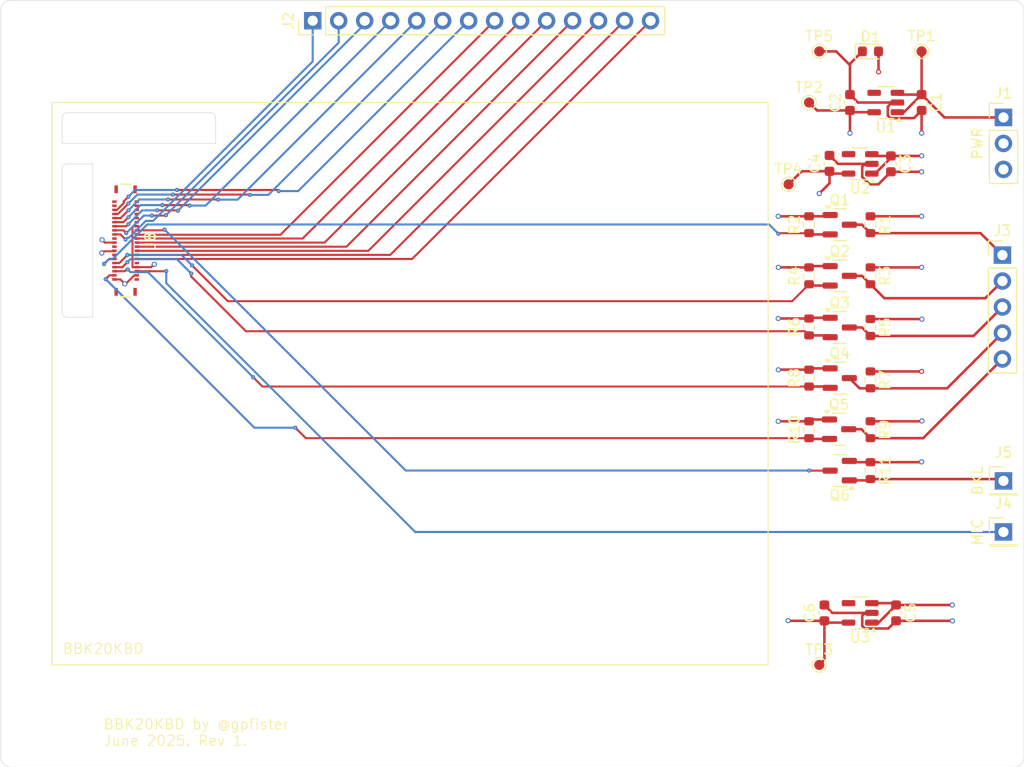
<source format=kicad_pcb>
(kicad_pcb (version 20241229) (generator "pcbnew") (generator_version "9.0")
  (layers (0 "F.Cu" signal) (4 "In1.Cu" power) (6 "In2.Cu" power) (2 "B.Cu" signal) (13 "F.Paste" user) (15 "B.Paste" user) (5 "F.SilkS" user "F.Silkscreen") (7 "B.SilkS" user "B.Silkscreen") (1 "F.Mask" user) (3 "B.Mask" user) (25 "Edge.Cuts" user))
  (net 0 "")
  (net 1 "+5V")
  (net 2 "GND")
  (net 3 "+3V3")
  (net 4 "+1V8")
  (net 5 "+2V8")
  (net 6 "/KBD_ROW6")
  (net 7 "/TP_SHUTDOWN")
  (net 8 "/KBD_COL6")
  (net 9 "/TP_RESET")
  (net 10 "/KBD_ROW3")
  (net 11 "/KBD_COL2")
  (net 12 "/KBD_ROW5")
  (net 13 "/KBD_COL3")
  (net 14 "/KBD_COL1")
  (net 15 "/KBD_ROW1")
  (net 16 "/KBD_COL4")
  (net 17 "/KBD_ROW4")
  (net 18 "/KBD_COL0")
  (net 19 "/KBD_COL5")
  (net 20 "/KBD_ROW0")
  (net 21 "/KBD_ROW2")
  (net 22 "/bbq20kbd_connector/TP_SHUTDOWN_1V8")
  (net 23 "/bbq20kbd_connector/TP_SCL_1V8")
  (net 24 "/TP_SDA")
  (net 25 "/TP_MOTION")
  (net 26 "/TP_SCL")
  (net 27 "/MIC")
  (net 28 "/KBD_BKL")
  (net 29 "/bbq20kbd_connector/TP_SDA_1V8")
  (net 30 "/bbq20kbd_connector/TP_MOTION_1V8")
  (net 31 "/bbq20kbd_connector/TP_RESET_1V8")
  (net 52 "/bbq20kbd_connector/BKL")
  (footprint "Package_TO_SOT_SMD:SOT-23" (layer "F.Cu") (at 172 82)
    (property "Reference" "Q3")
    (property "Value" "BSS138" (hide yes))
  )
  (footprint "Package_TO_SOT_SMD:SOT-23-5" (layer "F.Cu") (at 174 109.9125 180)
    (property "Reference" "U3")
    (property "Value" "TPS7A2028PDBVR" (hide yes))
  )
  (footprint "Capacitor_SMD:C_0603_1608Metric" (layer "F.Cu") (at 177 66 -90)
    (property "Reference" "C3")
    (property "Value" "1uF" (hide yes))
  )
  (footprint "Resistor_SMD:R_0603_1608Metric" (layer "F.Cu") (at 175 92 90)
    (property "Reference" "R9")
    (property "Value" "10K" (hide yes))
  )
  (footprint "Resistor_SMD:R_0603_1608Metric" (layer "F.Cu") (at 169 81.95 90)
    (property "Reference" "R6")
    (property "Value" "10K" (hide yes))
  )
  (footprint "MountingHole:MountingHole_2.7mm_M2.5" (layer "F.Cu") (at 93.5 121.5)
    (property "Reference" "H3" (hide yes))
    (property "Value" "MountingHole" (hide yes))
  )
  (footprint "Resistor_SMD:R_0603_1608Metric" (layer "F.Cu") (at 175 87.125 90)
    (property "Reference" "R7")
    (property "Value" "10K" (hide yes))
  )
  (footprint "Resistor_SMD:R_0603_1608Metric" (layer "F.Cu") (at 175 76.95 90)
    (property "Reference" "R3")
    (property "Value" "10K" (hide yes))
  )
  (footprint "Package_TO_SOT_SMD:SOT-23" (layer "F.Cu") (at 172 86.95)
    (property "Reference" "Q4")
    (property "Value" "BSS138" (hide yes))
  )
  (footprint "Connector_Hirose:Hirose_BM20B0.8-40DS-0.4V" (layer "F.Cu") (at 102.2 73.5 90)
    (property "Reference" "J8")
    (property "Value" "BBQ20KBD" (hide yes))
  )
  (footprint "Connector_PinHeader_2.54mm:PinHeader_1x01_P2.54mm_Vertical" (layer "F.Cu") (at 188 97)
    (property "Reference" "J5")
    (property "Value" "BKL")
  )
  (footprint "LED_SMD:LED_0603_1608Metric" (layer "F.Cu") (at 175 55)
    (property "Reference" "D1")
    (property "Value" "PWR_LED" (hide yes))
  )
  (footprint "Resistor_SMD:R_0603_1608Metric" (layer "F.Cu") (at 169 71.95 90)
    (property "Reference" "R2")
    (property "Value" "10K" (hide yes))
  )
  (footprint "Package_TO_SOT_SMD:SOT-23" (layer "F.Cu") (at 172 76.95)
    (property "Reference" "Q2")
    (property "Value" "BSS138" (hide yes))
  )
  (footprint "TestPoint:TestPoint_Pad_D1.0mm" (layer "F.Cu") (at 170 115)
    (property "Reference" "TP3")
    (property "Value" "~" (hide yes))
  )
  (footprint "MountingHole:MountingHole_2.7mm_M2.5" (layer "F.Cu") (at 186.5 53.5)
    (property "Reference" "H1" (hide yes))
    (property "Value" "MountingHole" (hide yes))
  )
  (footprint "TestPoint:TestPoint_Pad_D1.0mm" (layer "F.Cu") (at 180 55)
    (property "Reference" "TP1")
    (property "Value" "~" (hide yes))
  )
  (footprint "Connector_PinHeader_2.54mm:PinHeader_1x05_P2.54mm_Vertical" (layer "F.Cu") (at 187.9 74.92)
    (property "Reference" "J3")
    (property "Value" "MOTION")
  )
  (footprint "Package_TO_SOT_SMD:SOT-23" (layer "F.Cu") (at 172 71.95)
    (property "Reference" "Q1")
    (property "Value" "BSS138" (hide yes))
  )
  (footprint "Capacitor_SMD:C_0603_1608Metric" (layer "F.Cu") (at 170.5 109.9125 90)
    (property "Reference" "C6")
    (property "Value" "1uF" (hide yes))
  )
  (footprint "MountingHole:MountingHole_2.7mm_M2.5" (layer "F.Cu") (at 93.5 53.5)
    (property "Reference" "H2" (hide yes))
    (property "Value" "MountingHole" (hide yes))
  )
  (footprint "Connector_PinHeader_2.54mm:PinHeader_1x03_P2.54mm_Vertical" (layer "F.Cu") (at 188 61.46)
    (property "Reference" "J1")
    (property "Value" "PWR")
  )
  (footprint "MountingHole:MountingHole_2.7mm_M2.5" (layer "F.Cu") (at 186.5 121.5)
    (property "Reference" "H4" (hide yes))
    (property "Value" "MountingHole" (hide yes))
  )
  (footprint "Package_TO_SOT_SMD:SOT-23" (layer "F.Cu") (at 171.9375 91.95)
    (property "Reference" "Q5")
    (property "Value" "BSS138" (hide yes))
  )
  (footprint "Resistor_SMD:R_0603_1608Metric" (layer "F.Cu") (at 169 76.95 90)
    (property "Reference" "R4")
    (property "Value" "10K" (hide yes))
  )
  (footprint "Capacitor_SMD:C_0603_1608Metric" (layer "F.Cu") (at 171 65.95 90)
    (property "Reference" "C4")
    (property "Value" "1uF" (hide yes))
  )
  (footprint "Resistor_SMD:R_0603_1608Metric" (layer "F.Cu") (at 169 92 90)
    (property "Reference" "R10")
    (property "Value" "10K" (hide yes))
  )
  (footprint "Resistor_SMD:R_0603_1608Metric" (layer "F.Cu") (at 175 82 90)
    (property "Reference" "R5")
    (property "Value" "10K" (hide yes))
  )
  (footprint "Package_TO_SOT_SMD:SOT-23-5" (layer "F.Cu") (at 176.5 60 180)
    (property "Reference" "U1")
    (property "Value" "TPS7A2033PDBVR" (hide yes))
  )
  (footprint "Connector_PinHeader_2.54mm:PinHeader_1x14_P2.54mm_Vertical" (layer "F.Cu") (at 120.49 52 90)
    (property "Reference" "J2")
    (property "Value" "KEYBOARD")
  )
  (footprint "TestPoint:TestPoint_Pad_D1.0mm" (layer "F.Cu") (at 170 55)
    (property "Reference" "TP5")
    (property "Value" "~" (hide yes))
  )
  (footprint "Capacitor_SMD:C_0603_1608Metric" (layer "F.Cu") (at 177.5 109.9125 90)
    (property "Reference" "C5")
    (property "Value" "1uF" (hide yes))
  )
  (footprint "Package_TO_SOT_SMD:SOT-23-5" (layer "F.Cu") (at 174 66 180)
    (property "Reference" "U2")
    (property "Value" "TPS7A2018PDBVR" (hide yes))
  )
  (footprint "TestPoint:TestPoint_Pad_D1.0mm" (layer "F.Cu") (at 167 68)
    (property "Reference" "TP4")
    (property "Value" "~" (hide yes))
  )
  (footprint "Connector_PinHeader_2.54mm:PinHeader_1x01_P2.54mm_Vertical" (layer "F.Cu") (at 188 102)
    (property "Reference" "J4")
    (property "Value" "MIC")
  )
  (footprint "Resistor_SMD:R_0603_1608Metric" (layer "F.Cu") (at 175 96 -90)
    (property "Reference" "R11")
    (property "Value" "10K" (hide yes))
  )
  (footprint "Resistor_SMD:R_0603_1608Metric" (layer "F.Cu") (at 175 71.95 90)
    (property "Reference" "R1")
    (property "Value" "10K" (hide yes))
  )
  (footprint "Capacitor_SMD:C_0603_1608Metric" (layer "F.Cu") (at 180 60 -90)
    (property "Reference" "C1")
    (property "Value" "1uF" (hide yes))
  )
  (footprint "Package_TO_SOT_SMD:SOT-23" (layer "F.Cu") (at 172 96 180)
    (property "Reference" "Q6")
    (property "Value" "BSS138" (hide yes))
  )
  (footprint "TestPoint:TestPoint_Pad_D1.0mm" (layer "F.Cu") (at 169 60)
    (property "Reference" "TP2")
    (property "Value" "~" (hide yes))
  )
  (footprint "Capacitor_SMD:C_0603_1608Metric" (layer "F.Cu") (at 173 60 90)
    (property "Reference" "C2")
    (property "Value" "1uF" (hide yes))
  )
  (footprint "Resistor_SMD:R_0603_1608Metric" (layer "F.Cu") (at 169 86.95 90)
    (property "Reference" "R8")
    (property "Value" "10K" (hide yes))
  )
  (gr_line (start 95 115) (end 95 60) (stroke (width 0.1)) (layer "F.SilkS"))
  (gr_rect (start 95 60) (end 165 115) (stroke (width 0.1)) (fill no) (layer "F.SilkS"))
  (gr_line (start 99 81) (end 99 66) (stroke (width 0.05)) (layer "Edge.Cuts"))
  (gr_arc (start 90 51) (mid 90.292893 50.292893) (end 91 50) (stroke (width 0.05)) (layer "Edge.Cuts"))
  (gr_arc (start 190 124) (mid 189.707107 124.707107) (end 189 125) (stroke (width 0.05)) (layer "Edge.Cuts"))
  (gr_line (start 90 51) (end 90 124) (stroke (width 0.05)) (layer "Edge.Cuts"))
  (gr_arc (start 96 61.5) (mid 96.146447 61.146447) (end 96.5 61) (stroke (width 0.05)) (layer "Edge.Cuts"))
  (gr_line (start 99 66) (end 96.5 66) (stroke (width 0.05)) (layer "Edge.Cuts"))
  (gr_arc (start 189 50) (mid 189.707107 50.292893) (end 190 51) (stroke (width 0.05)) (layer "Edge.Cuts"))
  (gr_line (start 91 125) (end 188.990305 125) (stroke (width 0.05)) (layer "Edge.Cuts"))
  (gr_line (start 110.5 61) (end 96.5 61) (stroke (width 0.05)) (layer "Edge.Cuts"))
  (gr_line (start 190 51) (end 190 124) (stroke (width 0.05)) (layer "Edge.Cuts"))
  (gr_line (start 111 64) (end 111 61.5) (stroke (width 0.05)) (layer "Edge.Cuts"))
  (gr_line (start 96 64) (end 111 64) (stroke (width 0.05)) (layer "Edge.Cuts"))
  (gr_line (start 91 50) (end 189 50) (stroke (width 0.05)) (layer "Edge.Cuts"))
  (gr_line (start 96 66.5) (end 96 80.5) (stroke (width 0.05)) (layer "Edge.Cuts"))
  (gr_arc (start 91 125) (mid 90.292893 124.707107) (end 90 124) (stroke (width 0.05)) (layer "Edge.Cuts"))
  (gr_arc (start 96 66.5) (mid 96.146447 66.146447) (end 96.5 66) (stroke (width 0.05)) (layer "Edge.Cuts"))
  (gr_line (start 96 61.5) (end 96 64) (stroke (width 0.05)) (layer "Edge.Cuts"))
  (gr_arc (start 110.5 61) (mid 110.853553 61.146447) (end 111 61.5) (stroke (width 0.05)) (layer "Edge.Cuts"))
  (gr_arc (start 96.5 81) (mid 96.146447 80.853553) (end 96 80.5) (stroke (width 0.05)) (layer "Edge.Cuts"))
  (gr_line (start 96.5 81) (end 99 81) (stroke (width 0.05)) (layer "Edge.Cuts"))
  (gr_text "BBK20KBD" (at 96 114 0) (layer "F.SilkS") (effects (font (size 1 1) (thickness 0.1)) (justify left bottom)))
  (gr_text "BBK20KBD by @gpfister\nJune 2025. Rev 1." (at 100 123 0) (layer "F.SilkS") (effects (font (size 1 1) (thickness 0.1)) (justify left bottom)))
  (segment (start 177.8125 59.225) (end 177.6375 59.05) (width 0.25) (layer "F.Cu") (net 1))
  (segment (start 188 61.46) (end 182.235 61.46) (width 0.25) (layer "F.Cu") (net 1))
  (segment (start 182.235 61.46) (end 180 59.225) (width 0.25) (layer "F.Cu") (net 1))
  (segment (start 178.275 60.95) (end 180 59.225) (width 0.25) (layer "F.Cu") (net 1))
  (segment (start 180 59.225) (end 177.8125 59.225) (width 0.25) (layer "F.Cu") (net 1))
  (segment (start 180 59.225) (end 180 55) (width 0.25) (layer "F.Cu") (net 1))
  (segment (start 177.6375 60.95) (end 178.275 60.95) (width 0.25) (layer "F.Cu") (net 1))
  (segment (start 175.1375 66) (end 171.825 66) (width 0.25) (layer "F.Cu") (net 2))
  (segment (start 174.475001 66) (end 174.199 66.276001) (width 0.25) (layer "F.Cu") (net 2))
  (segment (start 171.825 66) (end 171 65.175) (width 0.25) (layer "F.Cu") (net 2))
  (segment (start 180 60.775) (end 180 62.98) (width 0.25) (layer "F.Cu") (net 2))
  (segment (start 174.199 67.280612) (end 174.918388 68) (width 0.25) (layer "F.Cu") (net 2))
  (segment (start 101.69 77.3) (end 102.12 77.73) (width 0.2) (layer "F.Cu") (net 2))
  (segment (start 177.1 60) (end 177.6375 60) (width 0.25) (layer "F.Cu") (net 2))
  (segment (start 176.699 61.280612) (end 176.699 60.401) (width 0.25) (layer "F.Cu") (net 2))
  (segment (start 177.6375 60) (end 173.775 60) (width 0.25) (layer "F.Cu") (net 2))
  (segment (start 175 95.175) (end 179.965 95.175) (width 0.25) (layer "F.Cu") (net 2))
  (segment (start 177.5 110.6875) (end 176.749 111.4385) (width 0.25) (layer "F.Cu") (net 2))
  (segment (start 179.249 61.526) (end 176.944388 61.526) (width 0.25) (layer "F.Cu") (net 2))
  (segment (start 175 95.175) (end 173.0625 95.175) (width 0.25) (layer "F.Cu") (net 2))
  (segment (start 174.475001 109.9125) (end 175.1375 109.9125) (width 0.25) (layer "F.Cu") (net 2))
  (segment (start 170 55) (end 171.65 55) (width 0.25) (layer "F.Cu") (net 2))
  (segment (start 180 60.775) (end 179.249 61.526) (width 0.25) (layer "F.Cu") (net 2))
  (segment (start 102.12 77.73) (end 102.23 77.73) (width 0.2) (layer "F.Cu") (net 2))
  (segment (start 176.699 60.401) (end 177.1 60) (width 0.25) (layer "F.Cu") (net 2))
  (segment (start 173 56.2125) (end 174.2125 55) (width 0.25) (layer "F.Cu") (net 2))
  (segment (start 176.749 111.4385) (end 174.444388 111.4385) (width 0.25) (layer "F.Cu") (net 2))
  (segment (start 180 66.78) (end 179.995 66.775) (width 0.25) (layer "F.Cu") (net 2))
  (segment (start 103.060002 76.899998) (end 103.2962 76.899998) (width 0.2) (layer "F.Cu") (net 2))
  (segment (start 173 59.225) (end 173 56.35) (width 0.25) (layer "F.Cu") (net 2))
  (segment (start 170.5 109.1375) (end 171.275 109.9125) (width 0.25) (layer "F.Cu") (net 2))
  (segment (start 173.775 60) (end 173 59.225) (width 0.25) (layer "F.Cu") (net 2))
  (segment (start 101.1162 77.3) (end 101.69 77.3) (width 0.2) (layer "F.Cu") (net 2))
  (segment (start 183.0075 110.6875) (end 183.01 110.69) (width 0.25) (layer "F.Cu") (net 2))
  (segment (start 174.918388 68) (end 175.775 68) (width 0.25) (layer "F.Cu") (net 2))
  (segment (start 174.199 110.188501) (end 174.475001 109.9125) (width 0.25) (layer "F.Cu") (net 2))
  (segment (start 179.965 95.175) (end 180 95.14) (width 0.25) (layer "F.Cu") (net 2))
  (segment (start 176.944388 61.526) (end 176.699 61.280612) (width 0.25) (layer "F.Cu") (net 2))
  (segment (start 174.199 66.276001) (end 174.199 67.280612) (width 0.25) (layer "F.Cu") (net 2))
  (segment (start 173.0625 95.175) (end 172.9375 95.05) (width 0.25) (layer "F.Cu") (net 2))
  (segment (start 171.275 109.9125) (end 175.1375 109.9125) (width 0.25) (layer "F.Cu") (net 2))
  (segment (start 175.775 68) (end 177 66.775) (width 0.25) (layer "F.Cu") (net 2))
  (segment (start 173 56.35) (end 173 56.2125) (width 0.25) (layer "F.Cu") (net 2))
  (segment (start 102.23 77.73) (end 103.060002 76.899998) (width 0.2) (layer "F.Cu") (net 2))
  (segment (start 177 66.775) (end 179.995 66.775) (width 0.25) (layer "F.Cu") (net 2))
  (segment (start 174.199 111.193112) (end 174.199 110.188501) (width 0.25) (layer "F.Cu") (net 2))
  (segment (start 175.1375 66) (end 174.475001 66) (width 0.25) (layer "F.Cu") (net 2))
  (segment (start 180 62.98) (end 180.01 62.99) (width 0.25) (layer "F.Cu") (net 2))
  (segment (start 174.444388 111.4385) (end 174.199 111.193112) (width 0.25) (layer "F.Cu") (net 2))
  (segment (start 171.65 55) (end 173 56.35) (width 0.25) (layer "F.Cu") (net 2))
  (segment (start 177.5 110.6875) (end 183.0075 110.6875) (width 0.25) (layer "F.Cu") (net 2))
  (via (at 183.01 110.69) (size 0.5) (drill 0.3) (layers "F.Cu" "B.Cu") (net 2))
  (via (at 180 95.14) (size 0.5) (drill 0.3) (layers "F.Cu" "B.Cu") (net 2))
  (via (at 102.12 77.73) (size 0.5) (drill 0.3) (layers "F.Cu" "B.Cu") (net 2))
  (via (at 179.995 66.775) (size 0.5) (drill 0.3) (layers "F.Cu" "B.Cu") (net 2))
  (via (at 180.01 62.99) (size 0.5) (drill 0.3) (layers "F.Cu" "B.Cu") (net 2))
  (segment (start 102.8803 76.1) (end 102.8803 72.170999) (width 0.2) (layer "F.Cu") (net 3))
  (segment (start 104.981479 75.82) (end 105.01 75.82) (width 0.2) (layer "F.Cu") (net 3))
  (segment (start 173.175 60.95) (end 173 60.775) (width 0.25) (layer "F.Cu") (net 3))
  (segment (start 175.3125 65.225) (end 175.1375 65.05) (width 0.25) (layer "F.Cu") (net 3))
  (segment (start 175.1375 110.8625) (end 175.799999 110.8625) (width 0.25) (layer "F.Cu") (net 3))
  (segment (start 103.2962 76.1) (end 104.701479 76.1) (width 0.2) (layer "F.Cu") (net 3))
  (segment (start 173 60.775) (end 169.775 60.775) (width 0.25) (layer "F.Cu") (net 3))
  (segment (start 175.1375 108.9625) (end 177.325 108.9625) (width 0.25) (layer "F.Cu") (net 3))
  (segment (start 169.775 60.775) (end 169 60) (width 0.25) (layer "F.Cu") (net 3))
  (segment (start 175 86.3) (end 180 86.3) (width 0.25) (layer "F.Cu") (net 3))
  (segment (start 179.995 76.125) (end 180 76.12) (width 0.25) (layer "F.Cu") (net 3))
  (segment (start 175.1375 66.95) (end 175.456612 66.95) (width 0.25) (layer "F.Cu") (net 3))
  (segment (start 177.5 109.162499) (end 177.5 109.1375) (width 0.25) (layer "F.Cu") (net 3))
  (segment (start 177.325 108.9625) (end 177.5 109.1375) (width 0.25) (layer "F.Cu") (net 3))
  (segment (start 102.8803 72.170999) (end 102.951299 72.1) (width 0.2) (layer "F.Cu") (net 3))
  (segment (start 103.2962 76.1) (end 102.8803 76.1) (width 0.2) (layer "F.Cu") (net 3))
  (segment (start 177 65.225) (end 175.3125 65.225) (width 0.25) (layer "F.Cu") (net 3))
  (segment (start 177.5025 109.14) (end 182.99 109.14) (width 0.25) (layer "F.Cu") (net 3))
  (segment (start 175.799999 110.8625) (end 177.5 109.162499) (width 0.25) (layer "F.Cu") (net 3))
  (segment (start 104.701479 76.1) (end 104.981479 75.82) (width 0.2) (layer "F.Cu") (net 3))
  (segment (start 177 65.225) (end 179.995 65.225) (width 0.25) (layer "F.Cu") (net 3))
  (segment (start 177 65.406612) (end 177 65.225) (width 0.25) (layer "F.Cu") (net 3))
  (segment (start 179.995 71.125) (end 180 71.12) (width 0.25) (layer "F.Cu") (net 3))
  (segment (start 175.7875 57.0075) (end 175.79 57.01) (width 0.25) (layer "F.Cu") (net 3))
  (segment (start 102.951299 72.1) (end 103.2962 72.1) (width 0.2) (layer "F.Cu") (net 3))
  (segment (start 175 81.175) (end 180.005 81.175) (width 0.25) (layer "F.Cu") (net 3))
  (segment (start 175.3625 60.95) (end 173.175 60.95) (width 0.25) (layer "F.Cu") (net 3))
  (segment (start 175 91.175) (end 179.995 91.175) (width 0.25) (layer "F.Cu") (net 3))
  (segment (start 175 76.125) (end 179.995 76.125) (width 0.25) (layer "F.Cu") (net 3))
  (segment (start 177.5 109.1375) (end 177.5025 109.14) (width 0.25) (layer "F.Cu") (net 3))
  (segment (start 179.995 65.225) (end 180.01 65.21) (width 0.25) (layer "F.Cu") (net 3))
  (segment (start 175.456612 66.95) (end 177 65.406612) (width 0.25) (layer "F.Cu") (net 3))
  (segment (start 180.005 81.175) (end 180.02 81.19) (width 0.25) (layer "F.Cu") (net 3))
  (segment (start 173 60.775) (end 173 63) (width 0.25) (layer "F.Cu") (net 3))
  (segment (start 179.995 91.175) (end 180.03 91.14) (width 0.25) (layer "F.Cu") (net 3))
  (segment (start 175.7875 55) (end 175.7875 57.0075) (width 0.25) (layer "F.Cu") (net 3))
  (segment (start 175 71.125) (end 179.995 71.125) (width 0.25) (layer "F.Cu") (net 3))
  (via (at 180 76.12) (size 0.5) (drill 0.3) (layers "F.Cu" "B.Cu") (net 3))
  (via (at 180 71.12) (size 0.5) (drill 0.3) (layers "F.Cu" "B.Cu") (net 3))
  (via (at 180.02 81.19) (size 0.5) (drill 0.3) (layers "F.Cu" "B.Cu") (net 3))
  (via (at 180.03 91.14) (size 0.5) (drill 0.3) (layers "F.Cu" "B.Cu") (net 3))
  (via (at 105.01 75.82) (size 0.5) (drill 0.3) (layers "F.Cu" "B.Cu") (net 3))
  (via blind (at 180 86.3) (size 0.5) (drill 0.3) (layers "F.Cu" "In2.Cu") (net 3))
  (via (at 173 63) (size 0.5) (drill 0.3) (layers "F.Cu" "B.Cu") (net 3))
  (via blind (at 175.79 57.01) (size 0.5) (drill 0.3) (layers "F.Cu" "In2.Cu") (net 3))
  (via (at 180.01 65.21) (size 0.5) (drill 0.3) (layers "F.Cu" "B.Cu") (net 3))
  (via (at 182.99 109.14) (size 0.5) (drill 0.3) (layers "F.Cu" "B.Cu") (net 3))
  (segment (start 169 86.125) (end 166.015 86.125) (width 0.25) (layer "F.Cu") (net 4))
  (segment (start 169 91.175) (end 165.995 91.175) (width 0.25) (layer "F.Cu") (net 4))
  (segment (start 165.995 91.175) (end 165.99 91.18) (width 0.25) (layer "F.Cu") (net 4))
  (segment (start 168.275 66.725) (end 167 68) (width 0.25) (layer "F.Cu") (net 4))
  (segment (start 171 66.725) (end 168.275 66.725) (width 0.25) (layer "F.Cu") (net 4))
  (segment (start 169 71.125) (end 170.9375 71.125) (width 0.25) (layer "F.Cu") (net 4))
  (segment (start 167.015 76.125) (end 169 76.125) (width 0.25) (layer "F.Cu") (net 4))
  (segment (start 166.995 81.125) (end 169 81.125) (width 0.25) (layer "F.Cu") (net 4))
  (segment (start 171.0625 76) (end 169.125 76) (width 0.25) (layer "F.Cu") (net 4))
  (segment (start 169.075 81.05) (end 169 81.125) (width 0.25) (layer "F.Cu") (net 4))
  (segment (start 101.1162 73.7) (end 100.18 73.7) (width 0.2) (layer "F.Cu") (net 4))
  (segment (start 167.01 71.13) (end 167.015 71.125) (width 0.25) (layer "F.Cu") (net 4))
  (segment (start 100.18 73.7) (end 99.91 73.43) (width 0.2) (layer "F.Cu") (net 4))
  (segment (start 171 67.9) (end 170 68.9) (width 0.25) (layer "F.Cu") (net 4))
  (segment (start 171 91) (end 169.175 91) (width 0.25) (layer "F.Cu") (net 4))
  (segment (start 167.015 71.125) (end 169 71.125) (width 0.25) (layer "F.Cu") (net 4))
  (segment (start 166.015 86.125) (end 166 86.14) (width 0.25) (layer "F.Cu") (net 4))
  (segment (start 171.0625 81.05) (end 169.075 81.05) (width 0.25) (layer "F.Cu") (net 4))
  (segment (start 169.175 91) (end 169 91.175) (width 0.25) (layer "F.Cu") (net 4))
  (segment (start 172.8625 66.95) (end 171.225 66.95) (width 0.25) (layer "F.Cu") (net 4))
  (segment (start 171.225 66.95) (end 171 66.725) (width 0.25) (layer "F.Cu") (net 4))
  (segment (start 165.99 71.13) (end 167.01 71.13) (width 0.25) (layer "F.Cu") (net 4))
  (segment (start 169.125 76) (end 169 76.125) (width 0.25) (layer "F.Cu") (net 4))
  (segment (start 167.01 76.12) (end 167.015 76.125) (width 0.25) (layer "F.Cu") (net 4))
  (segment (start 166.99 81.12) (end 166.995 81.125) (width 0.25) (layer "F.Cu") (net 4))
  (segment (start 171 66.725) (end 171 67.9) (width 0.25) (layer "F.Cu") (net 4))
  (segment (start 169.125 86) (end 169 86.125) (width 0.25) (layer "F.Cu") (net 4))
  (segment (start 170.9375 71.125) (end 171.0625 71) (width 0.25) (layer "F.Cu") (net 4))
  (segment (start 171.0625 86) (end 169.125 86) (width 0.25) (layer "F.Cu") (net 4))
  (segment (start 165.99 81.12) (end 166.99 81.12) (width 0.25) (layer "F.Cu") (net 4))
  (segment (start 166 76.12) (end 167.01 76.12) (width 0.25) (layer "F.Cu") (net 4))
  (via (at 165.99 71.13) (size 0.5) (drill 0.3) (layers "F.Cu" "B.Cu") (net 4))
  (via (at 165.99 81.12) (size 0.5) (drill 0.3) (layers "F.Cu" "B.Cu") (net 4))
  (via (at 170 68.9) (size 0.5) (drill 0.3) (layers "F.Cu" "B.Cu") (net 4))
  (via (at 165.99 91.18) (size 0.5) (drill 0.3) (layers "F.Cu" "B.Cu") (net 4))
  (via (at 166 86.14) (size 0.5) (drill 0.3) (layers "F.Cu" "B.Cu") (net 4))
  (via (at 166 76.12) (size 0.5) (drill 0.3) (layers "F.Cu" "B.Cu") (net 4))
  (via (at 99.91 73.43) (size 0.5) (drill 0.3) (layers "F.Cu" "B.Cu") (net 4))
  (segment (start 170.5 110.6875) (end 166.9775 110.6875) (width 0.25) (layer "F.Cu") (net 5))
  (segment (start 170.675 110.8625) (end 170.5 110.6875) (width 0.25) (layer "F.Cu") (net 5))
  (segment (start 166.9775 110.6875) (end 166.96 110.67) (width 0.25) (layer "F.Cu") (net 5))
  (segment (start 99.883412 74.560474) (end 99.893886 74.55) (width 0.2) (layer "F.Cu") (net 5))
  (segment (start 170.5 114.5) (end 170 115) (width 0.25) (layer "F.Cu") (net 5))
  (segment (start 101.066201 74.55) (end 101.1162 74.500001) (width 0.2) (layer "F.Cu") (net 5))
  (segment (start 170.5 110.6875) (end 170.5 114.5) (width 0.25) (layer "F.Cu") (net 5))
  (segment (start 99.893886 74.55) (end 101.066201 74.55) (width 0.2) (layer "F.Cu") (net 5))
  (segment (start 172.8625 110.8625) (end 170.675 110.8625) (width 0.25) (layer "F.Cu") (net 5))
  (segment (start 99.883412 74.716588) (end 99.883412 74.560474) (width 0.2) (layer "F.Cu") (net 5))
  (via (at 166.96 110.67) (size 0.5) (drill 0.3) (layers "F.Cu" "B.Cu") (net 5))
  (via (at 99.883412 74.716588) (size 0.5) (drill 0.3) (layers "F.Cu" "B.Cu") (net 5))
  (segment (start 153.51 52) (end 130.210001 75.299999) (width 0.2) (layer "F.Cu") (net 6))
  (segment (start 130.210001 75.299999) (end 103.2962 75.299999) (width 0.2) (layer "F.Cu") (net 6))
  (segment (start 174.175 71.95) (end 175 72.775) (width 0.25) (layer "F.Cu") (net 7))
  (segment (start 175 72.775) (end 185.755 72.775) (width 0.25) (layer "F.Cu") (net 7))
  (segment (start 185.755 72.775) (end 187.9 74.92) (width 0.25) (layer "F.Cu") (net 7))
  (segment (start 172.9375 71.95) (end 174.175 71.95) (width 0.25) (layer "F.Cu") (net 7))
  (segment (start 117.053152 68.553152) (end 117.163199 68.663199) (width 0.2) (layer "F.Cu") (net 8))
  (segment (start 102.029 69.657317) (end 102.48 69.206317) (width 0.2) (layer "F.Cu") (net 8))
  (segment (start 102.029 69.832157) (end 102.029 69.657317) (width 0.2) (layer "F.Cu") (net 8))
  (segment (start 101.361156 70.500001) (end 102.029 69.832157) (width 0.2) (layer "F.Cu") (net 8))
  (segment (start 107.226801 68.553152) (end 117.053152 68.553152) (width 0.2) (layer "F.Cu") (net 8))
  (segment (start 101.1162 70.500001) (end 101.361156 70.500001) (width 0.2) (layer "F.Cu") (net 8))
  (via micro (at 107.226801 68.553152) (size 0.4) (drill 0.1) (layers "F.Cu" "B.Cu") (net 8))
  (via micro (at 102.48 69.206317) (size 0.4) (drill 0.1) (layers "F.Cu" "B.Cu") (net 8))
  (via micro (at 117.163199 68.663199) (size 0.4) (drill 0.1) (layers "F.Cu" "B.Cu") (net 8))
  (segment (start 103.133165 68.553152) (end 107.226801 68.553152) (width 0.2) (layer "B.Cu") (net 8))
  (segment (start 119.066801 68.663199) (end 135.73 52) (width 0.2) (layer "B.Cu") (net 8))
  (segment (start 117.163199 68.663199) (end 119.066801 68.663199) (width 0.2) (layer "B.Cu") (net 8))
  (segment (start 102.48 69.206317) (end 103.133165 68.553152) (width 0.2) (layer "B.Cu") (net 8))
  (segment (start 174.125 91.95) (end 175 92.825) (width 0.25) (layer "F.Cu") (net 9))
  (segment (start 175 92.825) (end 180.155 92.825) (width 0.25) (layer "F.Cu") (net 9))
  (segment (start 180.155 92.825) (end 187.9 85.08) (width 0.25) (layer "F.Cu") (net 9))
  (segment (start 172.875 91.95) (end 174.125 91.95) (width 0.25) (layer "F.Cu") (net 9))
  (segment (start 123.79 74.1) (end 103.2962 74.099999) (width 0.2) (layer "F.Cu") (net 10))
  (segment (start 145.89 52) (end 123.79 74.1) (width 0.2) (layer "F.Cu") (net 10))
  (segment (start 101.1162 72.1) (end 102.271228 72.1) (width 0.2) (layer "F.Cu") (net 11))
  (segment (start 105.286801 70.546801) (end 107.286801 70.546801) (width 0.2) (layer "F.Cu") (net 11))
  (segment (start 107.286801 70.546801) (end 107.32 70.58) (width 0.2) (layer "F.Cu") (net 11))
  (segment (start 102.271228 72.1) (end 102.48 71.891228) (width 0.2) (layer "F.Cu") (net 11))
  (via micro (at 102.48 71.891228) (size 0.4) (drill 0.1) (layers "F.Cu" "B.Cu") (net 11))
  (via micro (at 107.32 70.58) (size 0.4) (drill 0.1) (layers "F.Cu" "B.Cu") (net 11))
  (via micro (at 105.286801 70.546801) (size 0.4) (drill 0.1) (layers "F.Cu" "B.Cu") (net 11))
  (segment (start 103.824427 70.546801) (end 105.286801 70.546801) (width 0.2) (layer "B.Cu") (net 11))
  (segment (start 107.32 70.58) (end 125.57 52.33) (width 0.2) (layer "B.Cu") (net 11))
  (segment (start 125.57 52.33) (end 125.57 52) (width 0.2) (layer "B.Cu") (net 11))
  (segment (start 102.48 71.891228) (end 103.824427 70.546801) (width 0.2) (layer "B.Cu") (net 11))
  (segment (start 150.97 52) (end 128.07 74.9) (width 0.2) (layer "F.Cu") (net 12))
  (segment (start 128.07 74.9) (end 103.2962 74.9) (width 0.2) (layer "F.Cu") (net 12))
  (segment (start 105.801801 70.031801) (end 108.411801 70.031801) (width 0.2) (layer "F.Cu") (net 13))
  (segment (start 108.411801 70.031801) (end 108.458199 70.078199) (width 0.2) (layer "F.Cu") (net 13))
  (segment (start 101.1162 71.700001) (end 101.999999 71.700001) (width 0.2) (layer "F.Cu") (net 13))
  (segment (start 101.999999 71.700001) (end 102.48 71.22) (width 0.2) (layer "F.Cu") (net 13))
  (via micro (at 102.48 71.22) (size 0.4) (drill 0.1) (layers "F.Cu" "B.Cu") (net 13))
  (via micro (at 105.801801 70.031801) (size 0.4) (drill 0.1) (layers "F.Cu" "B.Cu") (net 13))
  (via micro (at 108.458199 70.078199) (size 0.4) (drill 0.1) (layers "F.Cu" "B.Cu") (net 13))
  (segment (start 110.031801 70.078199) (end 128.11 52) (width 0.2) (layer "B.Cu") (net 13))
  (segment (start 103.668199 70.031801) (end 105.801801 70.031801) (width 0.2) (layer "B.Cu") (net 13))
  (segment (start 108.458199 70.078199) (end 110.031801 70.078199) (width 0.2) (layer "B.Cu") (net 13))
  (segment (start 102.48 71.22) (end 103.668199 70.031801) (width 0.2) (layer "B.Cu") (net 13))
  (segment (start 102.009999 72.499999) (end 101.1162 72.499999) (width 0.2) (layer "F.Cu") (net 14))
  (segment (start 104.776801 71.056801) (end 106.113199 71.056801) (width 0.2) (layer "F.Cu") (net 14))
  (segment (start 102.27 72.76) (end 102.009999 72.499999) (width 0.2) (layer "F.Cu") (net 14))
  (segment (start 106.113199 71.056801) (end 106.15 71.02) (width 0.2) (layer "F.Cu") (net 14))
  (via micro (at 104.776801 71.056801) (size 0.4) (drill 0.1) (layers "F.Cu" "B.Cu") (net 14))
  (via micro (at 102.27 72.76) (size 0.4) (drill 0.1) (layers "F.Cu" "B.Cu") (net 14))
  (via micro (at 106.15 71.02) (size 0.4) (drill 0.1) (layers "F.Cu" "B.Cu") (net 14))
  (segment (start 123.03 54.14) (end 123.03 52) (width 0.2) (layer "B.Cu") (net 14))
  (segment (start 102.282455 72.76) (end 103.985654 71.056801) (width 0.2) (layer "B.Cu") (net 14))
  (segment (start 106.15 71.02) (end 123.03 54.14) (width 0.2) (layer "B.Cu") (net 14))
  (segment (start 103.985654 71.056801) (end 104.776801 71.056801) (width 0.2) (layer "B.Cu") (net 14))
  (segment (start 102.27 72.76) (end 102.282455 72.76) (width 0.2) (layer "B.Cu") (net 14))
  (segment (start 119.51 73.3) (end 103.2962 73.3) (width 0.2) (layer "F.Cu") (net 15))
  (segment (start 140.81 52) (end 119.51 73.3) (width 0.2) (layer "F.Cu") (net 15))
  (segment (start 101.1162 71.299999) (end 101.728773 71.299999) (width 0.2) (layer "F.Cu") (net 16))
  (segment (start 111.232702 69.482702) (end 111.248199 69.498199) (width 0.2) (layer "F.Cu") (net 16))
  (segment (start 101.728773 71.299999) (end 102.48 70.548772) (width 0.2) (layer "F.Cu") (net 16))
  (segment (start 106.350901 69.482702) (end 111.232702 69.482702) (width 0.2) (layer "F.Cu") (net 16))
  (via micro (at 106.350901 69.482702) (size 0.4) (drill 0.1) (layers "F.Cu" "B.Cu") (net 16))
  (via micro (at 111.248199 69.498199) (size 0.4) (drill 0.1) (layers "F.Cu" "B.Cu") (net 16))
  (via micro (at 102.48 70.548772) (size 0.4) (drill 0.1) (layers "F.Cu" "B.Cu") (net 16))
  (segment (start 103.54607 69.482702) (end 106.350901 69.482702) (width 0.2) (layer "B.Cu") (net 16))
  (segment (start 102.48 70.548772) (end 103.54607 69.482702) (width 0.2) (layer "B.Cu") (net 16))
  (segment (start 111.248199 69.498199) (end 113.151801 69.498199) (width 0.2) (layer "B.Cu") (net 16))
  (segment (start 113.151801 69.498199) (end 130.65 52) (width 0.2) (layer "B.Cu") (net 16))
  (segment (start 148.43 52) (end 125.929999 74.500001) (width 0.2) (layer "F.Cu") (net 17))
  (segment (start 125.929999 74.500001) (end 103.2962 74.500001) (width 0.2) (layer "F.Cu") (net 17))
  (segment (start 101.1162 72.900001) (end 101.700001 72.900001) (width 0.2) (layer "F.Cu") (net 18))
  (segment (start 101.700001 72.900001) (end 102.2 73.4) (width 0.2) (layer "F.Cu") (net 18))
  (via micro (at 102.2 73.4) (size 0.4) (drill 0.1) (layers "F.Cu" "B.Cu") (net 18))
  (segment (start 120.49 55.98) (end 120.49 52) (width 0.2) (layer "B.Cu") (net 18))
  (segment (start 104.175612 71.578) (end 104.892 71.578) (width 0.2) (layer "B.Cu") (net 18))
  (segment (start 104.892 71.578) (end 120.49 55.98) (width 0.2) (layer "B.Cu") (net 18))
  (segment (start 102.519929 73.233683) (end 104.175612 71.578) (width 0.2) (layer "B.Cu") (net 18))
  (segment (start 102.366317 73.233683) (end 102.519929 73.233683) (width 0.2) (layer "B.Cu") (net 18))
  (segment (start 102.2 73.4) (end 102.366317 73.233683) (width 0.2) (layer "B.Cu") (net 18))
  (segment (start 114.323152 69.003152) (end 114.35 69.03) (width 0.2) (layer "F.Cu") (net 19))
  (segment (start 101.1162 70.9) (end 101.457545 70.9) (width 0.2) (layer "F.Cu") (net 19))
  (segment (start 106.83045 69.003152) (end 114.323152 69.003152) (width 0.2) (layer "F.Cu") (net 19))
  (segment (start 101.457545 70.9) (end 102.48 69.877545) (width 0.2) (layer "F.Cu") (net 19))
  (via micro (at 114.35 69.03) (size 0.4) (drill 0.1) (layers "F.Cu" "B.Cu") (net 19))
  (via micro (at 102.48 69.877545) (size 0.4) (drill 0.1) (layers "F.Cu" "B.Cu") (net 19))
  (via micro (at 106.83045 69.003152) (size 0.4) (drill 0.1) (layers "F.Cu" "B.Cu") (net 19))
  (segment (start 103.354393 69.003152) (end 106.83045 69.003152) (width 0.2) (layer "B.Cu") (net 19))
  (segment (start 102.48 69.877545) (end 103.354393 69.003152) (width 0.2) (layer "B.Cu") (net 19))
  (segment (start 116.16 69.03) (end 133.19 52) (width 0.2) (layer "B.Cu") (net 19))
  (segment (start 114.35 69.03) (end 116.16 69.03) (width 0.2) (layer "B.Cu") (net 19))
  (segment (start 117.34 72.93) (end 138.27 52) (width 0.2) (layer "F.Cu") (net 20))
  (segment (start 103.2962 72.900001) (end 103.326199 72.93) (width 0.2) (layer "F.Cu") (net 20))
  (segment (start 103.326199 72.93) (end 117.34 72.93) (width 0.2) (layer "F.Cu") (net 20))
  (segment (start 103.2962 73.7) (end 121.65 73.7) (width 0.2) (layer "F.Cu") (net 21))
  (segment (start 121.65 73.7) (end 143.35 52) (width 0.2) (layer "F.Cu") (net 21))
  (segment (start 166 72.83) (end 166.05 72.78) (width 0.2) (layer "F.Cu") (net 22))
  (segment (start 171.0625 72.9) (end 169.125 72.9) (width 0.25) (layer "F.Cu") (net 22))
  (segment (start 168.995 72.78) (end 169 72.775) (width 0.2) (layer "F.Cu") (net 22))
  (segment (start 169.125 72.9) (end 169 72.775) (width 0.25) (layer "F.Cu") (net 22))
  (segment (start 100.649999 75.299999) (end 101.1162 75.299999) (width 0.2) (layer "F.Cu") (net 22))
  (segment (start 100.649998 75.3) (end 100.649999 75.299999) (width 0.2) (layer "F.Cu") (net 22))
  (segment (start 100.1 75.79) (end 100.59 75.3) (width 0.2) (layer "F.Cu") (net 22))
  (segment (start 100.59 75.3) (end 100.649998 75.3) (width 0.2) (layer "F.Cu") (net 22))
  (segment (start 166.05 72.78) (end 168.995 72.78) (width 0.2) (layer "F.Cu") (net 22))
  (via micro (at 100.1 75.79) (size 0.4) (drill 0.1) (layers "F.Cu" "B.Cu") (net 22))
  (via micro (at 166 72.83) (size 0.4) (drill 0.1) (layers "F.Cu" "B.Cu") (net 22))
  (segment (start 104.321 71.929) (end 100.95 75.3) (width 0.2) (layer "B.Cu") (net 22))
  (segment (start 165.099 71.929) (end 104.321 71.929) (width 0.2) (layer "B.Cu") (net 22))
  (segment (start 166 72.83) (end 165.099 71.929) (width 0.2) (layer "B.Cu") (net 22))
  (segment (start 100.59 75.3) (end 100.1 75.79) (width 0.2) (layer "B.Cu") (net 22))
  (segment (start 100.95 75.3) (end 100.59 75.3) (width 0.2) (layer "B.Cu") (net 22))
  (segment (start 168.595 82.37) (end 169 82.775) (width 0.2) (layer "F.Cu") (net 23))
  (segment (start 101.897407 76.1) (end 102.380301 75.617106) (width 0.2) (layer "F.Cu") (net 23))
  (segment (start 169 82.775) (end 170.8875 82.775) (width 0.25) (layer "F.Cu") (net 23))
  (segment (start 170.8875 82.775) (end 171.0625 82.95) (width 0.25) (layer "F.Cu") (net 23))
  (segment (start 101.1162 76.1) (end 101.897407 76.1) (width 0.2) (layer "F.Cu") (net 23))
  (segment (start 113.97 82.37) (end 168.595 82.37) (width 0.2) (layer "F.Cu") (net 23))
  (segment (start 108.62 76.72) (end 108.62 77.02) (width 0.2) (layer "F.Cu") (net 23))
  (segment (start 108.62 77.02) (end 113.97 82.37) (width 0.2) (layer "F.Cu") (net 23))
  (via micro (at 102.380301 75.617106) (size 0.4) (drill 0.1) (layers "F.Cu" "B.Cu") (net 23))
  (via micro (at 108.62 76.72) (size 0.4) (drill 0.1) (layers "F.Cu" "B.Cu") (net 23))
  (segment (start 102.678407 75.319) (end 107.219 75.319) (width 0.2) (layer "B.Cu") (net 23))
  (segment (start 107.219 75.319) (end 108.62 76.72) (width 0.2) (layer "B.Cu") (net 23))
  (segment (start 102.380301 75.617106) (end 102.678407 75.319) (width 0.2) (layer "B.Cu") (net 23))
  (segment (start 175 77.775) (end 176.365 79.14) (width 0.25) (layer "F.Cu") (net 24))
  (segment (start 176.365 79.14) (end 186.22 79.14) (width 0.25) (layer "F.Cu") (net 24))
  (segment (start 174.175 76.95) (end 175 77.775) (width 0.25) (layer "F.Cu") (net 24))
  (segment (start 172.9375 76.95) (end 174.175 76.95) (width 0.25) (layer "F.Cu") (net 24))
  (segment (start 186.22 79.14) (end 187.9 77.46) (width 0.25) (layer "F.Cu") (net 24))
  (segment (start 173.9375 87.95) (end 172.9375 86.95) (width 0.25) (layer "F.Cu") (net 25))
  (segment (start 175 87.95) (end 182.49 87.95) (width 0.25) (layer "F.Cu") (net 25))
  (segment (start 175 87.95) (end 173.9375 87.95) (width 0.25) (layer "F.Cu") (net 25))
  (segment (start 182.49 87.95) (end 187.9 82.54) (width 0.25) (layer "F.Cu") (net 25))
  (segment (start 185.075 82.825) (end 187.9 80) (width 0.25) (layer "F.Cu") (net 26))
  (segment (start 175 82.825) (end 185.075 82.825) (width 0.25) (layer "F.Cu") (net 26))
  (segment (start 172.9375 82) (end 174.175 82) (width 0.25) (layer "F.Cu") (net 26))
  (segment (start 174.175 82) (end 175 82.825) (width 0.25) (layer "F.Cu") (net 26))
  (segment (start 103.2962 76.499999) (end 106.170001 76.499999) (width 0.2) (layer "F.Cu") (net 27))
  (segment (start 106.170001 76.499999) (end 106.18 76.49) (width 0.2) (layer "F.Cu") (net 27))
  (via micro (at 106.18 76.49) (size 0.4) (drill 0.1) (layers "F.Cu" "B.Cu") (net 27))
  (segment (start 106.18 76.49) (end 106.18 77.67) (width 0.2) (layer "B.Cu") (net 27))
  (segment (start 130.51 102) (end 188 102) (width 0.2) (layer "B.Cu") (net 27))
  (segment (start 106.18 77.67) (end 130.51 102) (width 0.2) (layer "B.Cu") (net 27))
  (segment (start 175 96.825) (end 187.825 96.825) (width 0.25) (layer "F.Cu") (net 28))
  (segment (start 187.825 96.825) (end 188 97) (width 0.25) (layer "F.Cu") (net 28))
  (segment (start 174.875 96.95) (end 175 96.825) (width 0.25) (layer "F.Cu") (net 28))
  (segment (start 172.9375 96.95) (end 174.875 96.95) (width 0.25) (layer "F.Cu") (net 28))
  (segment (start 171.0625 77.9) (end 169.125 77.9) (width 0.25) (layer "F.Cu") (net 29))
  (segment (start 167.345 79.43) (end 169 77.775) (width 0.2) (layer "F.Cu") (net 29))
  (segment (start 169.125 77.9) (end 169 77.775) (width 0.25) (layer "F.Cu") (net 29))
  (segment (start 101.590299 75.700001) (end 102.3803 74.91) (width 0.2) (layer "F.Cu") (net 29))
  (segment (start 108.7 75.93) (end 112.2 79.43) (width 0.2) (layer "F.Cu") (net 29))
  (segment (start 112.2 79.43) (end 167.345 79.43) (width 0.2) (layer "F.Cu") (net 29))
  (segment (start 101.1162 75.700001) (end 101.590299 75.700001) (width 0.2) (layer "F.Cu") (net 29))
  (via micro (at 108.7 75.93) (size 0.4) (drill 0.1) (layers "F.Cu" "B.Cu") (net 29))
  (via micro (at 102.3803 74.91) (size 0.4) (drill 0.1) (layers "F.Cu" "B.Cu") (net 29))
  (segment (start 107.68 74.91) (end 108.7 75.93) (width 0.2) (layer "B.Cu") (net 29))
  (segment (start 102.3803 74.91) (end 107.68 74.91) (width 0.2) (layer "B.Cu") (net 29))
  (segment (start 102.289998 76.33) (end 102.119999 76.499999) (width 0.2) (layer "F.Cu") (net 30))
  (segment (start 114.666446 86.863554) (end 115.577892 87.775) (width 0.2) (layer "F.Cu") (net 30))
  (segment (start 102.42 76.33) (end 102.289998 76.33) (width 0.2) (layer "F.Cu") (net 30))
  (segment (start 115.577892 87.775) (end 169 87.775) (width 0.2) (layer "F.Cu") (net 30))
  (segment (start 171.0625 87.9) (end 171.0625 87.8175) (width 0.25) (layer "F.Cu") (net 30))
  (segment (start 171.1 87.78) (end 171.095 87.775) (width 0.25) (layer "F.Cu") (net 30))
  (segment (start 102.119999 76.499999) (end 101.1162 76.499999) (width 0.2) (layer "F.Cu") (net 30))
  (segment (start 171.0625 87.8175) (end 171.1 87.78) (width 0.25) (layer "F.Cu") (net 30))
  (segment (start 171.095 87.775) (end 169 87.775) (width 0.25) (layer "F.Cu") (net 30))
  (via micro (at 114.666446 86.863554) (size 0.4) (drill 0.1) (layers "F.Cu" "B.Cu") (net 30))
  (via micro (at 102.42 76.33) (size 0.4) (drill 0.1) (layers "F.Cu" "B.Cu") (net 30))
  (segment (start 102.42 76.33) (end 102.68 76.59) (width 0.2) (layer "B.Cu") (net 30))
  (segment (start 102.68 76.59) (end 104.392892 76.59) (width 0.2) (layer "B.Cu") (net 30))
  (segment (start 104.392892 76.59) (end 114.666446 86.863554) (width 0.2) (layer "B.Cu") (net 30))
  (segment (start 119.815 92.825) (end 169 92.825) (width 0.2) (layer "F.Cu") (net 31))
  (segment (start 100.630002 76.899998) (end 100.26 77.27) (width 0.2) (layer "F.Cu") (net 31))
  (segment (start 118.79 91.8) (end 119.815 92.825) (width 0.2) (layer "F.Cu") (net 31))
  (segment (start 171 92.9) (end 169.075 92.9) (width 0.25) (layer "F.Cu") (net 31))
  (segment (start 101.1162 76.899998) (end 100.630002 76.899998) (width 0.2) (layer "F.Cu") (net 31))
  (segment (start 169.075 92.9) (end 169 92.825) (width 0.25) (layer "F.Cu") (net 31))
  (via micro (at 100.26 77.27) (size 0.4) (drill 0.1) (layers "F.Cu" "B.Cu") (net 31))
  (via micro (at 118.79 91.8) (size 0.4) (drill 0.1) (layers "F.Cu" "B.Cu") (net 31))
  (segment (start 100.26 77.27) (end 114.79 91.8) (width 0.2) (layer "B.Cu") (net 31))
  (segment (start 114.79 91.8) (end 118.79 91.8) (width 0.2) (layer "B.Cu") (net 31))
  (segment (start 103.2962 72.499999) (end 105.950001 72.499999) (width 0.2) (layer "F.Cu") (net 52))
  (segment (start 169.32 95.99) (end 169.33 96) (width 0.2) (layer "F.Cu") (net 52))
  (segment (start 169 95.99) (end 169.32 95.99) (width 0.2) (layer "F.Cu") (net 52))
  (segment (start 169.33 96) (end 171.0625 96) (width 0.2) (layer "F.Cu") (net 52))
  (segment (start 105.950001 72.499999) (end 106.02 72.43) (width 0.2) (layer "F.Cu") (net 52))
  (via micro (at 169 95.99) (size 0.4) (drill 0.1) (layers "F.Cu" "B.Cu") (net 52))
  (via micro (at 106.02 72.43) (size 0.4) (drill 0.1) (layers "F.Cu" "B.Cu") (net 52))
  (segment (start 106.02 72.43) (end 129.58 95.99) (width 0.2) (layer "B.Cu") (net 52))
  (segment (start 129.58 95.99) (end 169 95.99) (width 0.2) (layer "B.Cu") (net 52))
)
</source>
